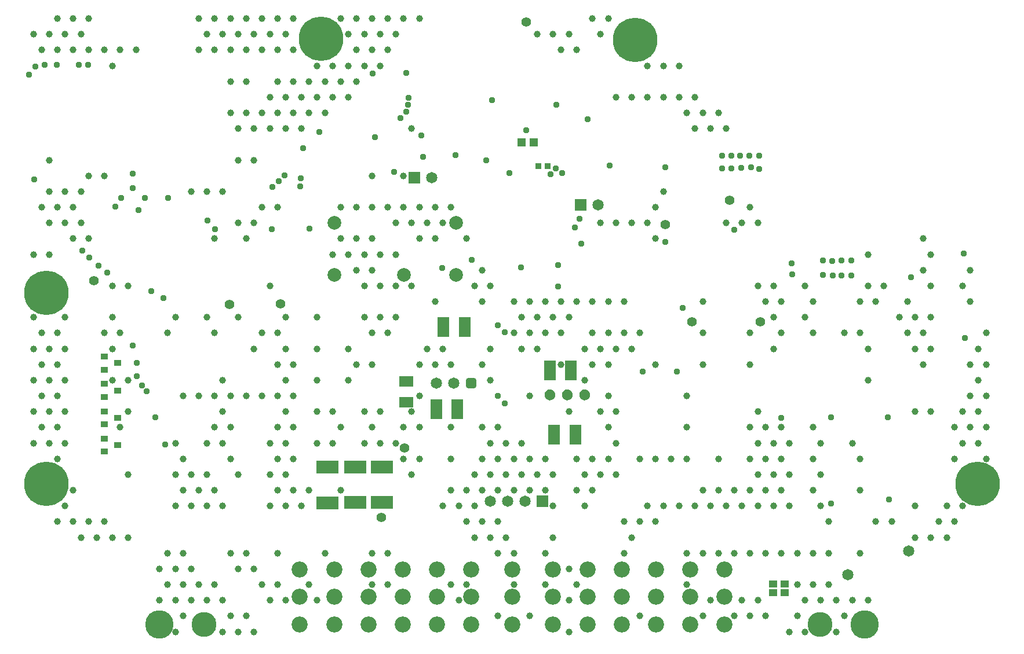
<source format=gbr>
G04*
G04 #@! TF.GenerationSoftware,Altium Limited,Altium Designer,23.2.1 (34)*
G04*
G04 Layer_Color=16711935*
%FSLAX25Y25*%
%MOIN*%
G70*
G04*
G04 #@! TF.SameCoordinates,91C23CEB-00FB-43FC-9C52-439D6A026708*
G04*
G04*
G04 #@! TF.FilePolarity,Negative*
G04*
G01*
G75*
%ADD72R,0.04931X0.04931*%
%ADD73R,0.04537X0.04143*%
%ADD79R,0.04143X0.03750*%
%ADD80R,0.06506X0.06506*%
%ADD81C,0.06506*%
G04:AMPARAMS|DCode=82|XSize=61.12mil|YSize=61.12mil|CornerRadius=16.78mil|HoleSize=0mil|Usage=FLASHONLY|Rotation=180.000|XOffset=0mil|YOffset=0mil|HoleType=Round|Shape=RoundedRectangle|*
%AMROUNDEDRECTD82*
21,1,0.06112,0.02756,0,0,180.0*
21,1,0.02756,0.06112,0,0,180.0*
1,1,0.03356,-0.01378,0.01378*
1,1,0.03356,0.01378,0.01378*
1,1,0.03356,0.01378,-0.01378*
1,1,0.03356,-0.01378,-0.01378*
%
%ADD82ROUNDEDRECTD82*%
%ADD83C,0.07900*%
%ADD84C,0.09261*%
%ADD85C,0.03700*%
%ADD86C,0.03900*%
%ADD87C,0.05600*%
%ADD88C,0.25600*%
%ADD89C,0.16348*%
%ADD90C,0.14379*%
%ADD112R,0.06506X0.11624*%
%ADD113R,0.13002X0.07608*%
%ADD114R,0.03356X0.03356*%
%ADD115R,0.08080X0.05915*%
G36*
X632000Y386873D02*
X632809Y386980D01*
X633563Y387292D01*
X634211Y387789D01*
X634708Y388437D01*
X635020Y389191D01*
X635127Y390000D01*
X635020Y390809D01*
X634708Y391563D01*
X634211Y392211D01*
X633563Y392708D01*
X632809Y393020D01*
X632000Y393127D01*
D01*
X631191Y393020D01*
X630437Y392708D01*
X629789Y392211D01*
X629292Y391563D01*
X628980Y390809D01*
X628873Y390000D01*
X628980Y389191D01*
X629292Y388437D01*
X629789Y387789D01*
X630437Y387292D01*
X631191Y386980D01*
X632000Y386873D01*
D01*
D02*
G37*
G36*
X642000D02*
X642809Y386980D01*
X643563Y387292D01*
X644211Y387789D01*
X644708Y388437D01*
X645020Y389191D01*
X645127Y390000D01*
X645020Y390809D01*
X644708Y391563D01*
X644211Y392211D01*
X643563Y392708D01*
X642809Y393020D01*
X642000Y393127D01*
D01*
X641191Y393020D01*
X640437Y392708D01*
X639789Y392211D01*
X639292Y391563D01*
X638980Y390809D01*
X638873Y390000D01*
X638980Y389191D01*
X639292Y388437D01*
X639789Y387789D01*
X640437Y387292D01*
X641191Y386980D01*
X642000Y386873D01*
D01*
D02*
G37*
G36*
X652000D02*
X652809Y386980D01*
X653563Y387292D01*
X654211Y387789D01*
X654708Y388437D01*
X655020Y389191D01*
X655127Y390000D01*
X655020Y390809D01*
X654708Y391563D01*
X654211Y392211D01*
X653563Y392708D01*
X652809Y393020D01*
X652000Y393127D01*
D01*
X651191Y393020D01*
X650437Y392708D01*
X649789Y392211D01*
X649292Y391563D01*
X648980Y390809D01*
X648873Y390000D01*
X648980Y389191D01*
X649292Y388437D01*
X649789Y387789D01*
X650437Y387292D01*
X651191Y386980D01*
X652000Y386873D01*
D01*
D02*
G37*
D72*
X622835Y535236D02*
D03*
X615748D02*
D03*
D73*
X760433Y276037D02*
D03*
X767126D02*
D03*
Y281181D02*
D03*
X760433D02*
D03*
D79*
X375590Y357368D02*
D03*
Y364848D02*
D03*
X383465Y361108D02*
D03*
X375590Y404485D02*
D03*
Y411966D02*
D03*
X383465Y408225D02*
D03*
X375590Y388779D02*
D03*
Y396260D02*
D03*
X383465Y392520D02*
D03*
X375590Y373074D02*
D03*
Y380554D02*
D03*
X383465Y376814D02*
D03*
D80*
X627716Y328740D02*
D03*
X553976Y514961D02*
D03*
X649803Y499409D02*
D03*
D81*
X617717Y328740D02*
D03*
X607717D02*
D03*
X597717D02*
D03*
X576772Y396732D02*
D03*
X566772D02*
D03*
X563976Y514961D02*
D03*
X659803Y499409D02*
D03*
X838500Y300000D02*
D03*
X803500Y286500D02*
D03*
D82*
X586772Y396732D02*
D03*
D83*
X508032Y459055D02*
D03*
X548032D02*
D03*
X578031D02*
D03*
Y489055D02*
D03*
X508032D02*
D03*
D84*
X488189Y257874D02*
D03*
Y273622D02*
D03*
Y289370D02*
D03*
X507874Y257874D02*
D03*
X527559D02*
D03*
Y273622D02*
D03*
Y289370D02*
D03*
X547244Y257874D02*
D03*
Y273622D02*
D03*
Y289370D02*
D03*
X566929Y257874D02*
D03*
Y273622D02*
D03*
Y289370D02*
D03*
X586614Y257874D02*
D03*
Y273622D02*
D03*
Y289370D02*
D03*
X610236Y257874D02*
D03*
Y273622D02*
D03*
Y289370D02*
D03*
X633858Y257874D02*
D03*
Y273622D02*
D03*
Y289370D02*
D03*
X653543Y257874D02*
D03*
Y273622D02*
D03*
Y289370D02*
D03*
X673228Y257874D02*
D03*
Y273622D02*
D03*
Y289370D02*
D03*
X692913Y257874D02*
D03*
Y273622D02*
D03*
Y289370D02*
D03*
X712598Y257874D02*
D03*
Y273622D02*
D03*
Y289370D02*
D03*
X732283Y257874D02*
D03*
Y273622D02*
D03*
Y289370D02*
D03*
X507874D02*
D03*
Y273622D02*
D03*
D85*
X382000Y498500D02*
D03*
X439500Y485500D02*
D03*
X435000Y490500D02*
D03*
X395500Y496500D02*
D03*
X412500Y503500D02*
D03*
X399000D02*
D03*
X385500D02*
D03*
X335500Y514000D02*
D03*
X363000Y473000D02*
D03*
X367000Y469000D02*
D03*
X372500Y464500D02*
D03*
X377500Y460500D02*
D03*
X742074Y520815D02*
D03*
X747830Y521059D02*
D03*
X752362Y520079D02*
D03*
X738000Y485000D02*
D03*
X490000Y532000D02*
D03*
X499500Y541500D02*
D03*
X392000Y517500D02*
D03*
Y509000D02*
D03*
X476000Y513000D02*
D03*
X488734Y514766D02*
D03*
X606000Y426000D02*
D03*
X602000Y430000D02*
D03*
X550750Y561206D02*
D03*
X550500Y557000D02*
D03*
X479500Y516500D02*
D03*
X488500Y510000D02*
D03*
X549500Y553000D02*
D03*
X546000Y549500D02*
D03*
X549500Y575500D02*
D03*
X531500Y538500D02*
D03*
X558000Y539500D02*
D03*
X530000Y575000D02*
D03*
X472253Y509861D02*
D03*
X685433Y403250D02*
D03*
X705118D02*
D03*
X336000Y579000D02*
D03*
X332500Y574500D02*
D03*
X341500Y580000D02*
D03*
X348500D02*
D03*
X472185Y485296D02*
D03*
X542500Y518500D02*
D03*
X366500Y580000D02*
D03*
X361000D02*
D03*
X606000Y385000D02*
D03*
X615500Y463500D02*
D03*
X602000Y389500D02*
D03*
X650000Y477000D02*
D03*
X698500Y478000D02*
D03*
X708268Y440158D02*
D03*
X698500Y521000D02*
D03*
X646500Y486500D02*
D03*
X649000Y491500D02*
D03*
X666500Y522000D02*
D03*
X741339Y527750D02*
D03*
X746850D02*
D03*
X752362D02*
D03*
X736221D02*
D03*
X731000D02*
D03*
Y520478D02*
D03*
X736221Y520472D02*
D03*
X570079Y462992D02*
D03*
X587008Y467717D02*
D03*
X764961Y376772D02*
D03*
X653543Y548819D02*
D03*
X397244Y395276D02*
D03*
X394488Y400787D02*
D03*
X409842Y445669D02*
D03*
X392126Y418504D02*
D03*
X394488Y408268D02*
D03*
X400000Y392126D02*
D03*
X405118Y377165D02*
D03*
X410630Y361417D02*
D03*
X402559Y449803D02*
D03*
X826378Y377165D02*
D03*
X870669Y422638D02*
D03*
X559055Y527165D02*
D03*
X638976Y517717D02*
D03*
X635827Y557087D02*
D03*
X598819Y559842D02*
D03*
X595276Y525197D02*
D03*
X608661Y517717D02*
D03*
X632283Y516929D02*
D03*
X635433Y520472D02*
D03*
X618504Y542520D02*
D03*
X493696Y485822D02*
D03*
X577756Y527953D02*
D03*
X805315Y467323D02*
D03*
Y458661D02*
D03*
X799803Y467323D02*
D03*
Y458661D02*
D03*
X794488Y467126D02*
D03*
X794685Y458858D02*
D03*
X789173Y467323D02*
D03*
Y459055D02*
D03*
X636811Y452362D02*
D03*
Y464764D02*
D03*
X771063Y465748D02*
D03*
X771260Y459252D02*
D03*
X839764Y457677D02*
D03*
X826968Y329724D02*
D03*
X793701Y327362D02*
D03*
Y376969D02*
D03*
X870079Y471457D02*
D03*
D86*
X452756Y488976D02*
D03*
X810433Y298819D02*
D03*
X792323Y280709D02*
D03*
X783268Y298819D02*
D03*
X774213D02*
D03*
X882874Y425591D02*
D03*
X878347Y416536D02*
D03*
X882874Y407480D02*
D03*
X878347Y398425D02*
D03*
X882874Y389370D02*
D03*
X878347Y380315D02*
D03*
X882874Y371260D02*
D03*
X878347Y362205D02*
D03*
X882874Y353150D02*
D03*
X873819Y461811D02*
D03*
X869291Y452756D02*
D03*
X873819Y443701D02*
D03*
Y407480D02*
D03*
Y389370D02*
D03*
X869291Y380315D02*
D03*
X873819Y371260D02*
D03*
X869291Y362205D02*
D03*
Y325984D02*
D03*
X864764Y371260D02*
D03*
Y353150D02*
D03*
X860236Y325984D02*
D03*
X864764Y316929D02*
D03*
X860236Y307874D02*
D03*
X851181Y470866D02*
D03*
Y452756D02*
D03*
Y434646D02*
D03*
Y416536D02*
D03*
Y380315D02*
D03*
X855709Y316929D02*
D03*
X851181Y307874D02*
D03*
X846654Y479921D02*
D03*
Y461811D02*
D03*
X842126Y434646D02*
D03*
X846654Y425591D02*
D03*
X842126Y416536D02*
D03*
X846654Y407480D02*
D03*
X842126Y380315D02*
D03*
Y325984D02*
D03*
Y307874D02*
D03*
X837599Y443701D02*
D03*
X833071Y434646D02*
D03*
X837599Y425591D02*
D03*
X824016Y452756D02*
D03*
X828543Y316929D02*
D03*
X814961Y470866D02*
D03*
Y452756D02*
D03*
X819488Y443701D02*
D03*
X814961Y416536D02*
D03*
Y398425D02*
D03*
X819488Y316929D02*
D03*
X814961Y271654D02*
D03*
X810433Y443701D02*
D03*
Y425591D02*
D03*
X805906Y362205D02*
D03*
X810433Y353150D02*
D03*
Y335039D02*
D03*
X805906Y271654D02*
D03*
X801378Y425591D02*
D03*
X796851Y271654D02*
D03*
X801378Y262598D02*
D03*
X796851Y253543D02*
D03*
X787795Y362205D02*
D03*
Y344095D02*
D03*
Y325984D02*
D03*
X792323Y316929D02*
D03*
Y298819D02*
D03*
X787795Y271654D02*
D03*
X778740Y452756D02*
D03*
X783268Y443701D02*
D03*
X778740Y434646D02*
D03*
X783268Y425591D02*
D03*
Y371260D02*
D03*
Y353150D02*
D03*
Y335039D02*
D03*
Y280709D02*
D03*
X778740Y271654D02*
D03*
Y253543D02*
D03*
X769685Y362205D02*
D03*
Y344095D02*
D03*
Y325984D02*
D03*
X774213Y280709D02*
D03*
Y262598D02*
D03*
X769685Y253543D02*
D03*
X760630Y452756D02*
D03*
X765158Y443701D02*
D03*
X760630Y434646D02*
D03*
X765158Y425591D02*
D03*
X760630Y416536D02*
D03*
X765158Y371260D02*
D03*
X760630Y362205D02*
D03*
X765158Y353150D02*
D03*
X760630Y344095D02*
D03*
X765158Y335039D02*
D03*
X760630Y325984D02*
D03*
X765158Y298819D02*
D03*
X751575Y488976D02*
D03*
Y452756D02*
D03*
X756103Y443701D02*
D03*
X751575Y380315D02*
D03*
X756103Y371260D02*
D03*
X751575Y362205D02*
D03*
X756103Y353150D02*
D03*
X751575Y344095D02*
D03*
X756103Y335039D02*
D03*
X751575Y325984D02*
D03*
X756103Y298819D02*
D03*
X751575Y271654D02*
D03*
X756103Y262598D02*
D03*
X747047Y498032D02*
D03*
X742520Y488976D02*
D03*
X747047Y425591D02*
D03*
Y407480D02*
D03*
Y371260D02*
D03*
Y353150D02*
D03*
Y335039D02*
D03*
X742520Y325984D02*
D03*
X747047Y298819D02*
D03*
X742520Y271654D02*
D03*
X747047Y262598D02*
D03*
X733465Y543307D02*
D03*
Y488976D02*
D03*
X737992Y335039D02*
D03*
X733465Y325984D02*
D03*
X737992Y298819D02*
D03*
Y262598D02*
D03*
X728937Y552362D02*
D03*
X724410Y543307D02*
D03*
X728937Y353150D02*
D03*
Y335039D02*
D03*
X724410Y325984D02*
D03*
X728937Y298819D02*
D03*
X724410Y271654D02*
D03*
X715354Y561417D02*
D03*
X719882Y552362D02*
D03*
X715354Y543307D02*
D03*
X719882Y443701D02*
D03*
Y425591D02*
D03*
Y407480D02*
D03*
Y335039D02*
D03*
X715354Y325984D02*
D03*
X719882Y298819D02*
D03*
Y262598D02*
D03*
X706299Y579528D02*
D03*
Y561417D02*
D03*
X710827Y552362D02*
D03*
Y389370D02*
D03*
Y371260D02*
D03*
Y353150D02*
D03*
X706299Y325984D02*
D03*
X710827Y298819D02*
D03*
Y280709D02*
D03*
X697244Y579528D02*
D03*
Y561417D02*
D03*
Y507087D02*
D03*
X701772Y353150D02*
D03*
X697244Y325984D02*
D03*
X688189Y579528D02*
D03*
Y561417D02*
D03*
X692717Y498032D02*
D03*
X688189Y488976D02*
D03*
X692717Y479921D02*
D03*
Y407480D02*
D03*
Y353150D02*
D03*
X688189Y325984D02*
D03*
X692717Y316929D02*
D03*
X679134Y561417D02*
D03*
Y488976D02*
D03*
X683662Y425591D02*
D03*
X679134Y416536D02*
D03*
X683662Y353150D02*
D03*
Y316929D02*
D03*
X679134Y307874D02*
D03*
X683662Y262598D02*
D03*
X670079Y561417D02*
D03*
Y488976D02*
D03*
X674606Y443701D02*
D03*
Y425591D02*
D03*
X670079Y416536D02*
D03*
Y380315D02*
D03*
Y362205D02*
D03*
Y344095D02*
D03*
X674606Y316929D02*
D03*
Y298819D02*
D03*
X665551Y606693D02*
D03*
X661024Y597638D02*
D03*
Y488976D02*
D03*
X665551Y443701D02*
D03*
Y425591D02*
D03*
X661024Y416536D02*
D03*
X665551Y407480D02*
D03*
Y389370D02*
D03*
X661024Y380315D02*
D03*
X665551Y371260D02*
D03*
Y353150D02*
D03*
X661024Y344095D02*
D03*
X656496Y606693D02*
D03*
Y443701D02*
D03*
Y425591D02*
D03*
X651969Y416536D02*
D03*
X656496Y407480D02*
D03*
X651969Y398425D02*
D03*
X656496Y353150D02*
D03*
X651969Y344095D02*
D03*
X656496Y335039D02*
D03*
X651969Y325984D02*
D03*
X642913Y597638D02*
D03*
X647441Y588583D02*
D03*
Y443701D02*
D03*
X642913Y434646D02*
D03*
Y380315D02*
D03*
X647441Y353150D02*
D03*
Y335039D02*
D03*
X642913Y289764D02*
D03*
X647441Y280709D02*
D03*
X642913Y271654D02*
D03*
Y253543D02*
D03*
X633858Y597638D02*
D03*
X638386Y588583D02*
D03*
Y443701D02*
D03*
X633858Y434646D02*
D03*
X638386Y425591D02*
D03*
Y407480D02*
D03*
X633858Y344095D02*
D03*
Y325984D02*
D03*
Y307874D02*
D03*
X624803Y597638D02*
D03*
X629331Y443701D02*
D03*
X624803Y434646D02*
D03*
X629331Y425591D02*
D03*
X624803Y416536D02*
D03*
X629331Y353150D02*
D03*
X624803Y344095D02*
D03*
X629331Y335039D02*
D03*
Y298819D02*
D03*
Y280709D02*
D03*
X620276Y443701D02*
D03*
X615748Y434646D02*
D03*
X620276Y425591D02*
D03*
X615748Y416536D02*
D03*
X620276Y389370D02*
D03*
X615748Y362205D02*
D03*
X620276Y353150D02*
D03*
X615748Y344095D02*
D03*
X620276Y335039D02*
D03*
Y262598D02*
D03*
X611221Y443701D02*
D03*
Y425591D02*
D03*
X606693Y362205D02*
D03*
X611221Y353150D02*
D03*
X606693Y344095D02*
D03*
X611221Y335039D02*
D03*
X606693Y307874D02*
D03*
X611221Y298819D02*
D03*
Y280709D02*
D03*
X597638Y452756D02*
D03*
Y416536D02*
D03*
Y398425D02*
D03*
X602166Y371260D02*
D03*
X597638Y362205D02*
D03*
X602166Y353150D02*
D03*
X597638Y344095D02*
D03*
X602166Y335039D02*
D03*
Y316929D02*
D03*
X597638Y307874D02*
D03*
X602166Y298819D02*
D03*
Y262598D02*
D03*
X593110Y461811D02*
D03*
X588583Y452756D02*
D03*
X593110Y443701D02*
D03*
Y407480D02*
D03*
Y371260D02*
D03*
Y353150D02*
D03*
X588583Y344095D02*
D03*
X593110Y335039D02*
D03*
X588583Y325984D02*
D03*
X593110Y316929D02*
D03*
X588583Y307874D02*
D03*
X584055Y479921D02*
D03*
Y335039D02*
D03*
X579528Y325984D02*
D03*
X584055Y316929D02*
D03*
Y280709D02*
D03*
X579528Y271654D02*
D03*
X575000Y498032D02*
D03*
X570473Y488976D02*
D03*
Y416536D02*
D03*
X575000Y407480D02*
D03*
Y371260D02*
D03*
Y353150D02*
D03*
Y335039D02*
D03*
X570473Y325984D02*
D03*
X575000Y280709D02*
D03*
X565945Y498032D02*
D03*
X561417Y488976D02*
D03*
X565945Y479921D02*
D03*
Y443701D02*
D03*
X561417Y416536D02*
D03*
X565945Y407480D02*
D03*
X556890Y606693D02*
D03*
X552362Y543307D02*
D03*
X556890Y498032D02*
D03*
X552362Y488976D02*
D03*
X556890Y479921D02*
D03*
X552362Y452756D02*
D03*
X556890Y407480D02*
D03*
Y389370D02*
D03*
X552362Y380315D02*
D03*
X556890Y371260D02*
D03*
Y353150D02*
D03*
X552362Y344095D02*
D03*
X547835Y606693D02*
D03*
X543307Y597638D02*
D03*
X547835Y516142D02*
D03*
Y498032D02*
D03*
X543307Y488976D02*
D03*
Y470866D02*
D03*
Y452756D02*
D03*
Y434646D02*
D03*
X547835Y371260D02*
D03*
X543307Y362205D02*
D03*
X547835Y353150D02*
D03*
X538780Y606693D02*
D03*
X534252Y597638D02*
D03*
X538780Y588583D02*
D03*
X534252Y579528D02*
D03*
X538780Y498032D02*
D03*
X534252Y470866D02*
D03*
Y452756D02*
D03*
Y434646D02*
D03*
X538780Y425591D02*
D03*
X534252Y380315D02*
D03*
Y362205D02*
D03*
X538780Y298819D02*
D03*
Y280709D02*
D03*
X529725Y606693D02*
D03*
X525197Y597638D02*
D03*
X529725Y588583D02*
D03*
X525197Y579528D02*
D03*
X529725Y516142D02*
D03*
Y498032D02*
D03*
Y479921D02*
D03*
X525197Y470866D02*
D03*
X529725Y461811D02*
D03*
X525197Y452756D02*
D03*
Y434646D02*
D03*
X529725Y425591D02*
D03*
Y407480D02*
D03*
X525197Y380315D02*
D03*
X529725Y371260D02*
D03*
X525197Y362205D02*
D03*
X529725Y298819D02*
D03*
Y280709D02*
D03*
X520669Y606693D02*
D03*
X516142Y597638D02*
D03*
X520669Y588583D02*
D03*
X516142Y579528D02*
D03*
X520669Y570473D02*
D03*
X516142Y561417D02*
D03*
X520669Y498032D02*
D03*
Y479921D02*
D03*
X516142Y470866D02*
D03*
X520669Y461811D02*
D03*
X516142Y416536D02*
D03*
X520669Y407480D02*
D03*
X516142Y398425D02*
D03*
X511614Y606693D02*
D03*
X507087Y579528D02*
D03*
X511614Y570473D02*
D03*
X507087Y561417D02*
D03*
X511614Y498032D02*
D03*
Y479921D02*
D03*
X507087Y470866D02*
D03*
Y380315D02*
D03*
X511614Y371260D02*
D03*
X507087Y362205D02*
D03*
X511614Y335039D02*
D03*
X498032Y579528D02*
D03*
X502559Y570473D02*
D03*
X498032Y561417D02*
D03*
X502559Y552362D02*
D03*
X498032Y434646D02*
D03*
Y416536D02*
D03*
Y398425D02*
D03*
Y380315D02*
D03*
Y362205D02*
D03*
X502559Y298819D02*
D03*
X498032Y271654D02*
D03*
X493504Y570473D02*
D03*
X488976Y561417D02*
D03*
X493504Y552362D02*
D03*
X488976Y543307D02*
D03*
X493504Y335039D02*
D03*
X488976Y325984D02*
D03*
X493504Y280709D02*
D03*
X484449Y606693D02*
D03*
X479921Y597638D02*
D03*
X484449Y588583D02*
D03*
Y570473D02*
D03*
X479921Y561417D02*
D03*
X484449Y552362D02*
D03*
X479921Y543307D02*
D03*
Y434646D02*
D03*
Y416536D02*
D03*
X484449Y407480D02*
D03*
X479921Y398425D02*
D03*
X484449Y389370D02*
D03*
X479921Y380315D02*
D03*
X484449Y371260D02*
D03*
X479921Y362205D02*
D03*
X484449Y353150D02*
D03*
X479921Y344095D02*
D03*
X484449Y335039D02*
D03*
X479921Y325984D02*
D03*
Y271654D02*
D03*
X475394Y606693D02*
D03*
X470866Y597638D02*
D03*
X475394Y588583D02*
D03*
Y570473D02*
D03*
X470866Y561417D02*
D03*
X475394Y552362D02*
D03*
X470866Y543307D02*
D03*
X475394Y498032D02*
D03*
X470866Y452756D02*
D03*
X475394Y425591D02*
D03*
Y407480D02*
D03*
Y389370D02*
D03*
Y371260D02*
D03*
X470866Y362205D02*
D03*
X475394Y353150D02*
D03*
X470866Y344095D02*
D03*
X475394Y335039D02*
D03*
X470866Y325984D02*
D03*
X475394Y298819D02*
D03*
Y280709D02*
D03*
X470866Y271654D02*
D03*
X466339Y606693D02*
D03*
X461811Y597638D02*
D03*
X466339Y588583D02*
D03*
Y552362D02*
D03*
X461811Y543307D02*
D03*
Y525197D02*
D03*
X466339Y498032D02*
D03*
X461811Y488976D02*
D03*
X466339Y425591D02*
D03*
X461811Y416536D02*
D03*
X466339Y389370D02*
D03*
X461811Y289764D02*
D03*
X466339Y280709D02*
D03*
X461811Y253543D02*
D03*
X457284Y606693D02*
D03*
X452756Y597638D02*
D03*
X457284Y588583D02*
D03*
Y570473D02*
D03*
Y552362D02*
D03*
X452756Y543307D02*
D03*
Y525197D02*
D03*
X457284Y479921D02*
D03*
X452756Y434646D02*
D03*
X457284Y389370D02*
D03*
X452756Y344095D02*
D03*
X457284Y298819D02*
D03*
X452756Y289764D02*
D03*
X457284Y262598D02*
D03*
X452756Y253543D02*
D03*
X448228Y606693D02*
D03*
X443701Y597638D02*
D03*
X448228Y588583D02*
D03*
Y570473D02*
D03*
Y552362D02*
D03*
X443701Y507087D02*
D03*
Y398425D02*
D03*
X448228Y389370D02*
D03*
X443701Y380315D02*
D03*
X448228Y371260D02*
D03*
X443701Y362205D02*
D03*
X448228Y353150D02*
D03*
X443701Y325984D02*
D03*
X448228Y298819D02*
D03*
X443701Y271654D02*
D03*
X448228Y262598D02*
D03*
X443701Y253543D02*
D03*
X439173Y606693D02*
D03*
X434646Y597638D02*
D03*
X439173Y588583D02*
D03*
X434646Y507087D02*
D03*
X439173Y479921D02*
D03*
X434646Y434646D02*
D03*
X439173Y425591D02*
D03*
Y389370D02*
D03*
Y371260D02*
D03*
X434646Y362205D02*
D03*
Y344095D02*
D03*
X439173Y335039D02*
D03*
X434646Y325984D02*
D03*
X439173Y280709D02*
D03*
X434646Y271654D02*
D03*
X430118Y606693D02*
D03*
Y588583D02*
D03*
X425591Y507087D02*
D03*
X430118Y389370D02*
D03*
X425591Y344095D02*
D03*
X430118Y335039D02*
D03*
X425591Y325984D02*
D03*
Y289764D02*
D03*
X430118Y280709D02*
D03*
X425591Y271654D02*
D03*
X416536Y434646D02*
D03*
X421063Y389370D02*
D03*
X416536Y362205D02*
D03*
X421063Y353150D02*
D03*
X416536Y344095D02*
D03*
X421063Y335039D02*
D03*
X416536Y325984D02*
D03*
X421063Y298819D02*
D03*
X416536Y289764D02*
D03*
X421063Y280709D02*
D03*
X416536Y271654D02*
D03*
X421063Y262598D02*
D03*
X416536Y253543D02*
D03*
X412008Y425591D02*
D03*
Y298819D02*
D03*
X407480Y289764D02*
D03*
X412008Y280709D02*
D03*
X407480Y271654D02*
D03*
X393898Y588583D02*
D03*
X389370Y452756D02*
D03*
Y398425D02*
D03*
Y380315D02*
D03*
Y344095D02*
D03*
Y307874D02*
D03*
X384843Y588583D02*
D03*
X380315Y579528D02*
D03*
Y452756D02*
D03*
Y434646D02*
D03*
X384843Y425591D02*
D03*
X380315Y416536D02*
D03*
Y398425D02*
D03*
X384843Y371260D02*
D03*
X380315Y307874D02*
D03*
X375787Y588583D02*
D03*
Y516142D02*
D03*
Y425591D02*
D03*
Y316929D02*
D03*
X371260Y307874D02*
D03*
X366732Y606693D02*
D03*
X362205Y597638D02*
D03*
X366732Y588583D02*
D03*
Y516142D02*
D03*
X362205Y507087D02*
D03*
Y488976D02*
D03*
X366732Y479921D02*
D03*
Y316929D02*
D03*
X362205Y307874D02*
D03*
X357677Y606693D02*
D03*
X353150Y597638D02*
D03*
X357677Y588583D02*
D03*
X353150Y507087D02*
D03*
X357677Y498032D02*
D03*
X353150Y488976D02*
D03*
X357677Y479921D02*
D03*
X353150Y434646D02*
D03*
Y416536D02*
D03*
Y398425D02*
D03*
Y380315D02*
D03*
Y362205D02*
D03*
X357677Y335039D02*
D03*
X353150Y325984D02*
D03*
X357677Y316929D02*
D03*
X348622Y606693D02*
D03*
X344095Y597638D02*
D03*
X348622Y588583D02*
D03*
X344095Y525197D02*
D03*
Y507087D02*
D03*
X348622Y498032D02*
D03*
X344095Y488976D02*
D03*
Y470866D02*
D03*
X348622Y425591D02*
D03*
X344095Y416536D02*
D03*
X348622Y407480D02*
D03*
X344095Y398425D02*
D03*
X348622Y389370D02*
D03*
X344095Y380315D02*
D03*
X348622Y371260D02*
D03*
X344095Y362205D02*
D03*
X348622Y353150D02*
D03*
Y316929D02*
D03*
X335039Y597638D02*
D03*
X339567Y588583D02*
D03*
Y498032D02*
D03*
X335039Y470866D02*
D03*
Y434646D02*
D03*
X339567Y425591D02*
D03*
X335039Y416536D02*
D03*
X339567Y407480D02*
D03*
X335039Y398425D02*
D03*
X339567Y389370D02*
D03*
X335039Y380315D02*
D03*
X339567Y371260D02*
D03*
X335039Y362205D02*
D03*
D87*
X369845Y455709D02*
D03*
X477165Y442520D02*
D03*
X735500Y502000D02*
D03*
X698500Y488000D02*
D03*
X535039Y319291D02*
D03*
X618504Y604724D02*
D03*
X447825Y441919D02*
D03*
X548228Y359252D02*
D03*
X713583Y432087D02*
D03*
X752953D02*
D03*
D88*
X342520Y448819D02*
D03*
X500500Y595000D02*
D03*
X342520Y338583D02*
D03*
X877953D02*
D03*
X681102Y594488D02*
D03*
D89*
X407480Y257874D02*
D03*
X812992D02*
D03*
D90*
X433071D02*
D03*
X787402D02*
D03*
D112*
X644102Y404000D02*
D03*
X631898D02*
D03*
X634449Y367126D02*
D03*
X646654D02*
D03*
X578740Y381890D02*
D03*
X566535D02*
D03*
X582874Y429134D02*
D03*
X570669D02*
D03*
D113*
X535433Y348484D02*
D03*
Y327894D02*
D03*
X520000D02*
D03*
Y348484D02*
D03*
X504000Y348295D02*
D03*
Y327705D02*
D03*
D114*
X630709Y521654D02*
D03*
X625197D02*
D03*
D115*
X549213Y397835D02*
D03*
Y385630D02*
D03*
M02*

</source>
